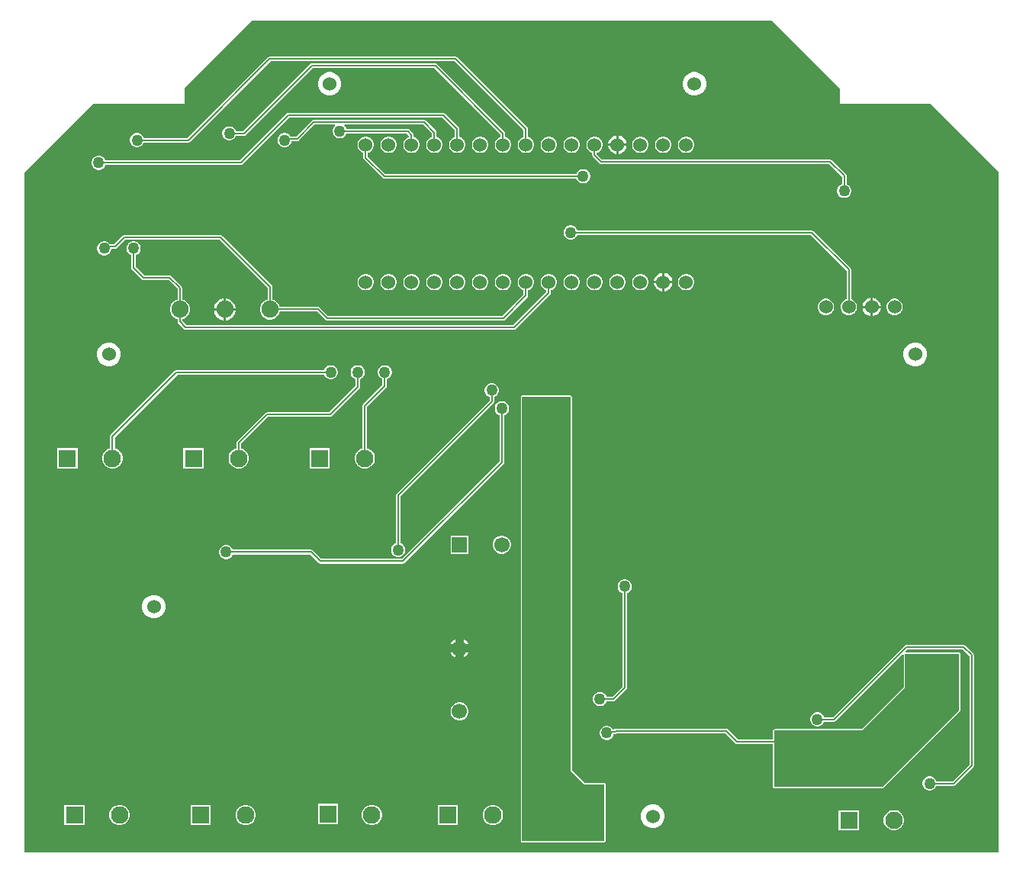
<source format=gbl>
G04*
G04 #@! TF.GenerationSoftware,Altium Limited,Altium Designer,21.3.2 (30)*
G04*
G04 Layer_Physical_Order=2*
G04 Layer_Color=16711680*
%FSLAX44Y44*%
%MOMM*%
G71*
G04*
G04 #@! TF.SameCoordinates,D31877C3-2771-4543-B1C5-E2EF0DFC8C93*
G04*
G04*
G04 #@! TF.FilePolarity,Positive*
G04*
G01*
G75*
%ADD11C,0.2000*%
%ADD108C,1.5240*%
%ADD114R,1.9500X1.9500*%
%ADD115C,1.9500*%
%ADD116C,1.9000*%
%ADD117C,1.7000*%
%ADD118R,1.7000X1.7000*%
%ADD119C,1.2700*%
G36*
X838712Y-10000D02*
X913750Y-84963D01*
X913750Y-102500D01*
X1015005Y-102500D01*
X1090000Y-177505D01*
Y-932500D01*
X8750D01*
X8750Y-178750D01*
X85000Y-102500D01*
X186250D01*
Y-85000D01*
X261250Y-10000D01*
X838712Y-10000D01*
D02*
G37*
%LPC*%
G36*
X754215Y-66976D02*
X750785D01*
X747473Y-67863D01*
X744503Y-69578D01*
X742078Y-72003D01*
X740363Y-74973D01*
X739476Y-78285D01*
Y-81715D01*
X740363Y-85027D01*
X742078Y-87997D01*
X744503Y-90422D01*
X747473Y-92136D01*
X750785Y-93024D01*
X754215D01*
X757527Y-92136D01*
X760497Y-90422D01*
X762922Y-87997D01*
X764636Y-85027D01*
X765524Y-81715D01*
Y-78285D01*
X764636Y-74973D01*
X762922Y-72003D01*
X760497Y-69578D01*
X757527Y-67863D01*
X754215Y-66976D01*
D02*
G37*
G36*
X349215D02*
X345785D01*
X342473Y-67863D01*
X339503Y-69578D01*
X337078Y-72003D01*
X335364Y-74973D01*
X334476Y-78285D01*
Y-81715D01*
X335364Y-85027D01*
X337078Y-87997D01*
X339503Y-90422D01*
X342473Y-92136D01*
X345785Y-93024D01*
X349215D01*
X352527Y-92136D01*
X355497Y-90422D01*
X357922Y-87997D01*
X359636Y-85027D01*
X360524Y-81715D01*
Y-78285D01*
X359636Y-74973D01*
X357922Y-72003D01*
X355497Y-69578D01*
X352527Y-67863D01*
X349215Y-66976D01*
D02*
G37*
G36*
X668358Y-137400D02*
X668290D01*
Y-146290D01*
X677180D01*
Y-146222D01*
X676488Y-143638D01*
X675150Y-141322D01*
X673258Y-139430D01*
X670942Y-138092D01*
X668358Y-137400D01*
D02*
G37*
G36*
X665750D02*
X665682D01*
X663098Y-138092D01*
X660782Y-139430D01*
X658890Y-141322D01*
X657552Y-143638D01*
X656860Y-146222D01*
Y-146290D01*
X665750D01*
Y-137400D01*
D02*
G37*
G36*
X744424Y-138416D02*
X742016D01*
X739691Y-139039D01*
X737606Y-140243D01*
X735903Y-141945D01*
X734699Y-144031D01*
X734076Y-146356D01*
Y-148764D01*
X734699Y-151089D01*
X735903Y-153174D01*
X737606Y-154877D01*
X739691Y-156081D01*
X742016Y-156704D01*
X744424D01*
X746749Y-156081D01*
X748835Y-154877D01*
X750537Y-153174D01*
X751741Y-151089D01*
X752364Y-148764D01*
Y-146356D01*
X751741Y-144031D01*
X750537Y-141945D01*
X748835Y-140243D01*
X746749Y-139039D01*
X744424Y-138416D01*
D02*
G37*
G36*
X719024D02*
X716616D01*
X714291Y-139039D01*
X712206Y-140243D01*
X710503Y-141945D01*
X709299Y-144031D01*
X708676Y-146356D01*
Y-148764D01*
X709299Y-151089D01*
X710503Y-153174D01*
X712206Y-154877D01*
X714291Y-156081D01*
X716616Y-156704D01*
X719024D01*
X721349Y-156081D01*
X723435Y-154877D01*
X725137Y-153174D01*
X726341Y-151089D01*
X726964Y-148764D01*
Y-146356D01*
X726341Y-144031D01*
X725137Y-141945D01*
X723435Y-140243D01*
X721349Y-139039D01*
X719024Y-138416D01*
D02*
G37*
G36*
X693624D02*
X691216D01*
X688891Y-139039D01*
X686805Y-140243D01*
X685103Y-141945D01*
X683899Y-144031D01*
X683276Y-146356D01*
Y-148764D01*
X683899Y-151089D01*
X685103Y-153174D01*
X686805Y-154877D01*
X688891Y-156081D01*
X691216Y-156704D01*
X693624D01*
X695949Y-156081D01*
X698035Y-154877D01*
X699737Y-153174D01*
X700941Y-151089D01*
X701564Y-148764D01*
Y-146356D01*
X700941Y-144031D01*
X699737Y-141945D01*
X698035Y-140243D01*
X695949Y-139039D01*
X693624Y-138416D01*
D02*
G37*
G36*
X617424D02*
X615016D01*
X612691Y-139039D01*
X610606Y-140243D01*
X608903Y-141945D01*
X607699Y-144031D01*
X607076Y-146356D01*
Y-148764D01*
X607699Y-151089D01*
X608903Y-153174D01*
X610606Y-154877D01*
X612691Y-156081D01*
X615016Y-156704D01*
X617424D01*
X619749Y-156081D01*
X621835Y-154877D01*
X623537Y-153174D01*
X624741Y-151089D01*
X625364Y-148764D01*
Y-146356D01*
X624741Y-144031D01*
X623537Y-141945D01*
X621835Y-140243D01*
X619749Y-139039D01*
X617424Y-138416D01*
D02*
G37*
G36*
X592024D02*
X589616D01*
X587291Y-139039D01*
X585205Y-140243D01*
X583503Y-141945D01*
X582299Y-144031D01*
X581676Y-146356D01*
Y-148764D01*
X582299Y-151089D01*
X583503Y-153174D01*
X585205Y-154877D01*
X587291Y-156081D01*
X589616Y-156704D01*
X592024D01*
X594350Y-156081D01*
X596435Y-154877D01*
X598137Y-153174D01*
X599341Y-151089D01*
X599964Y-148764D01*
Y-146356D01*
X599341Y-144031D01*
X598137Y-141945D01*
X596435Y-140243D01*
X594350Y-139039D01*
X592024Y-138416D01*
D02*
G37*
G36*
X487550Y-49927D02*
X280878D01*
X279893Y-50122D01*
X279058Y-50680D01*
X189812Y-139927D01*
X141212D01*
X141087Y-139461D01*
X140051Y-137665D01*
X138585Y-136199D01*
X136789Y-135163D01*
X134787Y-134626D01*
X132713D01*
X130711Y-135163D01*
X128915Y-136199D01*
X127449Y-137665D01*
X126413Y-139461D01*
X125876Y-141463D01*
Y-143537D01*
X126413Y-145539D01*
X127449Y-147335D01*
X128915Y-148801D01*
X130711Y-149837D01*
X132713Y-150374D01*
X134787D01*
X136789Y-149837D01*
X138585Y-148801D01*
X140051Y-147335D01*
X141087Y-145539D01*
X141212Y-145073D01*
X190878D01*
X191863Y-144878D01*
X192698Y-144320D01*
X281944Y-55073D01*
X486484D01*
X562847Y-131436D01*
Y-138783D01*
X561891Y-139039D01*
X559805Y-140243D01*
X558103Y-141945D01*
X556899Y-144031D01*
X556276Y-146356D01*
Y-148764D01*
X556899Y-151089D01*
X558103Y-153174D01*
X559805Y-154877D01*
X561891Y-156081D01*
X564216Y-156704D01*
X566624D01*
X568950Y-156081D01*
X571035Y-154877D01*
X572737Y-153174D01*
X573941Y-151089D01*
X574564Y-148764D01*
Y-146356D01*
X573941Y-144031D01*
X572737Y-141945D01*
X571035Y-140243D01*
X568950Y-139039D01*
X567994Y-138783D01*
Y-130370D01*
X567798Y-129386D01*
X567240Y-128551D01*
X489369Y-50680D01*
X488534Y-50122D01*
X487550Y-49927D01*
D02*
G37*
G36*
X464901Y-57427D02*
X327698D01*
X326713Y-57622D01*
X325878Y-58180D01*
X251632Y-132427D01*
X243712D01*
X243587Y-131961D01*
X242551Y-130165D01*
X241085Y-128699D01*
X239289Y-127663D01*
X237287Y-127126D01*
X235213D01*
X233211Y-127663D01*
X231415Y-128699D01*
X229949Y-130165D01*
X228913Y-131961D01*
X228376Y-133963D01*
Y-136037D01*
X228913Y-138039D01*
X229949Y-139835D01*
X231415Y-141301D01*
X233211Y-142337D01*
X235213Y-142874D01*
X237287D01*
X239289Y-142337D01*
X241085Y-141301D01*
X242551Y-139835D01*
X243587Y-138039D01*
X243712Y-137573D01*
X252698D01*
X253683Y-137378D01*
X254517Y-136820D01*
X328764Y-62573D01*
X463835D01*
X537447Y-136185D01*
Y-138783D01*
X536491Y-139039D01*
X534406Y-140243D01*
X532703Y-141945D01*
X531499Y-144031D01*
X530876Y-146356D01*
Y-148764D01*
X531499Y-151089D01*
X532703Y-153174D01*
X534406Y-154877D01*
X536491Y-156081D01*
X538816Y-156704D01*
X541224D01*
X543549Y-156081D01*
X545635Y-154877D01*
X547337Y-153174D01*
X548541Y-151089D01*
X549164Y-148764D01*
Y-146356D01*
X548541Y-144031D01*
X547337Y-141945D01*
X545635Y-140243D01*
X543549Y-139039D01*
X542593Y-138783D01*
Y-135119D01*
X542398Y-134134D01*
X541840Y-133299D01*
X466721Y-58180D01*
X465886Y-57622D01*
X464901Y-57427D01*
D02*
G37*
G36*
X515824Y-138416D02*
X513416D01*
X511091Y-139039D01*
X509006Y-140243D01*
X507303Y-141945D01*
X506099Y-144031D01*
X505476Y-146356D01*
Y-148764D01*
X506099Y-151089D01*
X507303Y-153174D01*
X509006Y-154877D01*
X511091Y-156081D01*
X513416Y-156704D01*
X515824D01*
X518149Y-156081D01*
X520235Y-154877D01*
X521937Y-153174D01*
X523141Y-151089D01*
X523764Y-148764D01*
Y-146356D01*
X523141Y-144031D01*
X521937Y-141945D01*
X520235Y-140243D01*
X518149Y-139039D01*
X515824Y-138416D01*
D02*
G37*
G36*
X473752Y-112427D02*
X301381D01*
X300396Y-112622D01*
X299561Y-113180D01*
X247815Y-164926D01*
X98712D01*
X98587Y-164461D01*
X97551Y-162665D01*
X96085Y-161199D01*
X94289Y-160163D01*
X92287Y-159626D01*
X90213D01*
X88211Y-160163D01*
X86415Y-161199D01*
X84949Y-162665D01*
X83913Y-164461D01*
X83376Y-166463D01*
Y-168537D01*
X83913Y-170539D01*
X84949Y-172335D01*
X86415Y-173801D01*
X88211Y-174837D01*
X90213Y-175374D01*
X92287D01*
X94289Y-174837D01*
X96085Y-173801D01*
X97551Y-172335D01*
X98587Y-170539D01*
X98712Y-170073D01*
X248881D01*
X249865Y-169878D01*
X250700Y-169320D01*
X302446Y-117573D01*
X472686D01*
X486647Y-131534D01*
Y-138783D01*
X485691Y-139039D01*
X483605Y-140243D01*
X481903Y-141945D01*
X480699Y-144031D01*
X480076Y-146356D01*
Y-148764D01*
X480699Y-151089D01*
X481903Y-153174D01*
X483605Y-154877D01*
X485691Y-156081D01*
X488016Y-156704D01*
X490424D01*
X492749Y-156081D01*
X494835Y-154877D01*
X496537Y-153174D01*
X497741Y-151089D01*
X498364Y-148764D01*
Y-146356D01*
X497741Y-144031D01*
X496537Y-141945D01*
X494835Y-140243D01*
X492749Y-139039D01*
X491794Y-138783D01*
Y-130469D01*
X491598Y-129484D01*
X491040Y-128649D01*
X475571Y-113180D01*
X474736Y-112622D01*
X473752Y-112427D01*
D02*
G37*
G36*
X452440Y-120036D02*
X329890D01*
X328905Y-120232D01*
X328070Y-120790D01*
X310530Y-138331D01*
X304185D01*
X303801Y-137665D01*
X302335Y-136199D01*
X300539Y-135163D01*
X298537Y-134626D01*
X296463D01*
X294461Y-135163D01*
X292665Y-136199D01*
X291199Y-137665D01*
X290163Y-139461D01*
X289626Y-141463D01*
Y-143537D01*
X290163Y-145539D01*
X291199Y-147335D01*
X292665Y-148801D01*
X294461Y-149837D01*
X296463Y-150374D01*
X298537D01*
X300539Y-149837D01*
X302335Y-148801D01*
X303801Y-147335D01*
X304837Y-145539D01*
X305374Y-143537D01*
Y-143478D01*
X311596D01*
X312581Y-143282D01*
X313415Y-142724D01*
X330956Y-125183D01*
X353302D01*
X353661Y-126453D01*
X352449Y-127665D01*
X351413Y-129461D01*
X350876Y-131463D01*
Y-133537D01*
X351413Y-135539D01*
X352449Y-137335D01*
X353915Y-138801D01*
X355711Y-139837D01*
X357713Y-140374D01*
X359787D01*
X361789Y-139837D01*
X363585Y-138801D01*
X365051Y-137335D01*
X366087Y-135539D01*
X366212Y-135073D01*
X433234D01*
X435747Y-137586D01*
X435593Y-138851D01*
X434891Y-139039D01*
X432805Y-140243D01*
X431103Y-141945D01*
X429899Y-144031D01*
X429276Y-146356D01*
Y-148764D01*
X429899Y-151089D01*
X431103Y-153174D01*
X432805Y-154877D01*
X434891Y-156081D01*
X437216Y-156704D01*
X439624D01*
X441950Y-156081D01*
X444035Y-154877D01*
X445737Y-153174D01*
X446941Y-151089D01*
X447564Y-148764D01*
Y-146356D01*
X446941Y-144031D01*
X445737Y-141945D01*
X444035Y-140243D01*
X441950Y-139039D01*
X440993Y-138783D01*
Y-136620D01*
X440798Y-135635D01*
X440240Y-134800D01*
X436120Y-130680D01*
X435285Y-130122D01*
X434300Y-129927D01*
X366212D01*
X366087Y-129461D01*
X365051Y-127665D01*
X363839Y-126453D01*
X364198Y-125183D01*
X451374D01*
X461247Y-135056D01*
Y-138783D01*
X460291Y-139039D01*
X458205Y-140243D01*
X456503Y-141945D01*
X455299Y-144031D01*
X454676Y-146356D01*
Y-148764D01*
X455299Y-151089D01*
X456503Y-153174D01*
X458205Y-154877D01*
X460291Y-156081D01*
X462616Y-156704D01*
X465024D01*
X467350Y-156081D01*
X469435Y-154877D01*
X471137Y-153174D01*
X472341Y-151089D01*
X472964Y-148764D01*
Y-146356D01*
X472341Y-144031D01*
X471137Y-141945D01*
X469435Y-140243D01*
X467350Y-139039D01*
X466394Y-138783D01*
Y-133990D01*
X466198Y-133006D01*
X465640Y-132171D01*
X454259Y-120790D01*
X453424Y-120232D01*
X452440Y-120036D01*
D02*
G37*
G36*
X414224Y-138416D02*
X411816D01*
X409491Y-139039D01*
X407406Y-140243D01*
X405703Y-141945D01*
X404499Y-144031D01*
X403876Y-146356D01*
Y-148764D01*
X404499Y-151089D01*
X405703Y-153174D01*
X407406Y-154877D01*
X409491Y-156081D01*
X411816Y-156704D01*
X414224D01*
X416549Y-156081D01*
X418635Y-154877D01*
X420337Y-153174D01*
X421541Y-151089D01*
X422164Y-148764D01*
Y-146356D01*
X421541Y-144031D01*
X420337Y-141945D01*
X418635Y-140243D01*
X416549Y-139039D01*
X414224Y-138416D01*
D02*
G37*
G36*
X677180Y-148830D02*
X668290D01*
Y-157720D01*
X668358D01*
X670942Y-157028D01*
X673258Y-155690D01*
X675150Y-153798D01*
X676488Y-151482D01*
X677180Y-148898D01*
Y-148830D01*
D02*
G37*
G36*
X665750D02*
X656860D01*
Y-148898D01*
X657552Y-151482D01*
X658890Y-153798D01*
X660782Y-155690D01*
X663098Y-157028D01*
X665682Y-157720D01*
X665750D01*
Y-148830D01*
D02*
G37*
G36*
X388824Y-138416D02*
X386416D01*
X384091Y-139039D01*
X382006Y-140243D01*
X380303Y-141945D01*
X379099Y-144031D01*
X378476Y-146356D01*
Y-148764D01*
X379099Y-151089D01*
X380303Y-153174D01*
X382006Y-154877D01*
X384091Y-156081D01*
X385047Y-156337D01*
Y-161914D01*
X385243Y-162899D01*
X385800Y-163734D01*
X406386Y-184320D01*
X407221Y-184878D01*
X408206Y-185073D01*
X621288D01*
X621413Y-185539D01*
X622449Y-187335D01*
X623915Y-188801D01*
X625711Y-189837D01*
X627713Y-190374D01*
X629787D01*
X631789Y-189837D01*
X633585Y-188801D01*
X635051Y-187335D01*
X636087Y-185539D01*
X636624Y-183537D01*
Y-181463D01*
X636087Y-179461D01*
X635051Y-177665D01*
X633585Y-176199D01*
X631789Y-175163D01*
X629787Y-174626D01*
X627713D01*
X625711Y-175163D01*
X623915Y-176199D01*
X622449Y-177665D01*
X621413Y-179461D01*
X621288Y-179926D01*
X409272D01*
X390193Y-160848D01*
Y-156337D01*
X391149Y-156081D01*
X393235Y-154877D01*
X394937Y-153174D01*
X396141Y-151089D01*
X396764Y-148764D01*
Y-146356D01*
X396141Y-144031D01*
X394937Y-141945D01*
X393235Y-140243D01*
X391149Y-139039D01*
X388824Y-138416D01*
D02*
G37*
G36*
X642824D02*
X640416D01*
X638091Y-139039D01*
X636006Y-140243D01*
X634303Y-141945D01*
X633099Y-144031D01*
X632476Y-146356D01*
Y-148764D01*
X633099Y-151089D01*
X634303Y-153174D01*
X636006Y-154877D01*
X638091Y-156081D01*
X639047Y-156337D01*
Y-159066D01*
X639243Y-160051D01*
X639800Y-160886D01*
X646984Y-168070D01*
X647819Y-168628D01*
X648804Y-168824D01*
X901868D01*
X916177Y-183132D01*
Y-191268D01*
X915711Y-191393D01*
X913915Y-192429D01*
X912449Y-193895D01*
X911413Y-195691D01*
X910876Y-197693D01*
Y-199767D01*
X911413Y-201769D01*
X912449Y-203565D01*
X913915Y-205031D01*
X915711Y-206067D01*
X917713Y-206604D01*
X919787D01*
X921789Y-206067D01*
X923585Y-205031D01*
X925051Y-203565D01*
X926087Y-201769D01*
X926624Y-199767D01*
Y-197693D01*
X926087Y-195691D01*
X925051Y-193895D01*
X923585Y-192429D01*
X921789Y-191393D01*
X921323Y-191268D01*
Y-182066D01*
X921128Y-181081D01*
X920570Y-180246D01*
X904754Y-164430D01*
X903919Y-163872D01*
X902934Y-163677D01*
X649870D01*
X644193Y-158000D01*
Y-156337D01*
X645150Y-156081D01*
X647235Y-154877D01*
X648937Y-153174D01*
X650141Y-151089D01*
X650764Y-148764D01*
Y-146356D01*
X650141Y-144031D01*
X648937Y-141945D01*
X647235Y-140243D01*
X645150Y-139039D01*
X642824Y-138416D01*
D02*
G37*
G36*
X719158Y-289800D02*
X719090D01*
Y-298690D01*
X727980D01*
Y-298622D01*
X727288Y-296038D01*
X725950Y-293722D01*
X724058Y-291830D01*
X721742Y-290492D01*
X719158Y-289800D01*
D02*
G37*
G36*
X716550D02*
X716482D01*
X713898Y-290492D01*
X711582Y-291830D01*
X709690Y-293722D01*
X708352Y-296038D01*
X707660Y-298622D01*
Y-298690D01*
X716550D01*
Y-289800D01*
D02*
G37*
G36*
X744424Y-290816D02*
X742016D01*
X739691Y-291439D01*
X737606Y-292643D01*
X735903Y-294345D01*
X734699Y-296430D01*
X734076Y-298756D01*
Y-301164D01*
X734699Y-303489D01*
X735903Y-305574D01*
X737606Y-307277D01*
X739691Y-308481D01*
X742016Y-309104D01*
X744424D01*
X746749Y-308481D01*
X748835Y-307277D01*
X750537Y-305574D01*
X751741Y-303489D01*
X752364Y-301164D01*
Y-298756D01*
X751741Y-296430D01*
X750537Y-294345D01*
X748835Y-292643D01*
X746749Y-291439D01*
X744424Y-290816D01*
D02*
G37*
G36*
X693624D02*
X691216D01*
X688891Y-291439D01*
X686805Y-292643D01*
X685103Y-294345D01*
X683899Y-296430D01*
X683276Y-298756D01*
Y-301164D01*
X683899Y-303489D01*
X685103Y-305574D01*
X686805Y-307277D01*
X688891Y-308481D01*
X691216Y-309104D01*
X693624D01*
X695949Y-308481D01*
X698035Y-307277D01*
X699737Y-305574D01*
X700941Y-303489D01*
X701564Y-301164D01*
Y-298756D01*
X700941Y-296430D01*
X699737Y-294345D01*
X698035Y-292643D01*
X695949Y-291439D01*
X693624Y-290816D01*
D02*
G37*
G36*
X668224D02*
X665816D01*
X663491Y-291439D01*
X661405Y-292643D01*
X659703Y-294345D01*
X658499Y-296430D01*
X657876Y-298756D01*
Y-301164D01*
X658499Y-303489D01*
X659703Y-305574D01*
X661405Y-307277D01*
X663491Y-308481D01*
X665816Y-309104D01*
X668224D01*
X670549Y-308481D01*
X672635Y-307277D01*
X674337Y-305574D01*
X675541Y-303489D01*
X676164Y-301164D01*
Y-298756D01*
X675541Y-296430D01*
X674337Y-294345D01*
X672635Y-292643D01*
X670549Y-291439D01*
X668224Y-290816D01*
D02*
G37*
G36*
X642824D02*
X640416D01*
X638091Y-291439D01*
X636006Y-292643D01*
X634303Y-294345D01*
X633099Y-296430D01*
X632476Y-298756D01*
Y-301164D01*
X633099Y-303489D01*
X634303Y-305574D01*
X636006Y-307277D01*
X638091Y-308481D01*
X640416Y-309104D01*
X642824D01*
X645150Y-308481D01*
X647235Y-307277D01*
X648937Y-305574D01*
X650141Y-303489D01*
X650764Y-301164D01*
Y-298756D01*
X650141Y-296430D01*
X648937Y-294345D01*
X647235Y-292643D01*
X645150Y-291439D01*
X642824Y-290816D01*
D02*
G37*
G36*
X617424D02*
X615016D01*
X612691Y-291439D01*
X610606Y-292643D01*
X608903Y-294345D01*
X607699Y-296430D01*
X607076Y-298756D01*
Y-301164D01*
X607699Y-303489D01*
X608903Y-305574D01*
X610606Y-307277D01*
X612691Y-308481D01*
X615016Y-309104D01*
X617424D01*
X619749Y-308481D01*
X621835Y-307277D01*
X623537Y-305574D01*
X624741Y-303489D01*
X625364Y-301164D01*
Y-298756D01*
X624741Y-296430D01*
X623537Y-294345D01*
X621835Y-292643D01*
X619749Y-291439D01*
X617424Y-290816D01*
D02*
G37*
G36*
X541224D02*
X538816D01*
X536491Y-291439D01*
X534406Y-292643D01*
X532703Y-294345D01*
X531499Y-296430D01*
X530876Y-298756D01*
Y-301164D01*
X531499Y-303489D01*
X532703Y-305574D01*
X534406Y-307277D01*
X536491Y-308481D01*
X538816Y-309104D01*
X541224D01*
X543549Y-308481D01*
X545635Y-307277D01*
X547337Y-305574D01*
X548541Y-303489D01*
X549164Y-301164D01*
Y-298756D01*
X548541Y-296430D01*
X547337Y-294345D01*
X545635Y-292643D01*
X543549Y-291439D01*
X541224Y-290816D01*
D02*
G37*
G36*
X515824D02*
X513416D01*
X511091Y-291439D01*
X509006Y-292643D01*
X507303Y-294345D01*
X506099Y-296430D01*
X505476Y-298756D01*
Y-301164D01*
X506099Y-303489D01*
X507303Y-305574D01*
X509006Y-307277D01*
X511091Y-308481D01*
X513416Y-309104D01*
X515824D01*
X518149Y-308481D01*
X520235Y-307277D01*
X521937Y-305574D01*
X523141Y-303489D01*
X523764Y-301164D01*
Y-298756D01*
X523141Y-296430D01*
X521937Y-294345D01*
X520235Y-292643D01*
X518149Y-291439D01*
X515824Y-290816D01*
D02*
G37*
G36*
X490424D02*
X488016D01*
X485691Y-291439D01*
X483605Y-292643D01*
X481903Y-294345D01*
X480699Y-296430D01*
X480076Y-298756D01*
Y-301164D01*
X480699Y-303489D01*
X481903Y-305574D01*
X483605Y-307277D01*
X485691Y-308481D01*
X488016Y-309104D01*
X490424D01*
X492749Y-308481D01*
X494835Y-307277D01*
X496537Y-305574D01*
X497741Y-303489D01*
X498364Y-301164D01*
Y-298756D01*
X497741Y-296430D01*
X496537Y-294345D01*
X494835Y-292643D01*
X492749Y-291439D01*
X490424Y-290816D01*
D02*
G37*
G36*
X465024D02*
X462616D01*
X460291Y-291439D01*
X458205Y-292643D01*
X456503Y-294345D01*
X455299Y-296430D01*
X454676Y-298756D01*
Y-301164D01*
X455299Y-303489D01*
X456503Y-305574D01*
X458205Y-307277D01*
X460291Y-308481D01*
X462616Y-309104D01*
X465024D01*
X467350Y-308481D01*
X469435Y-307277D01*
X471137Y-305574D01*
X472341Y-303489D01*
X472964Y-301164D01*
Y-298756D01*
X472341Y-296430D01*
X471137Y-294345D01*
X469435Y-292643D01*
X467350Y-291439D01*
X465024Y-290816D01*
D02*
G37*
G36*
X439624D02*
X437216D01*
X434891Y-291439D01*
X432805Y-292643D01*
X431103Y-294345D01*
X429899Y-296430D01*
X429276Y-298756D01*
Y-301164D01*
X429899Y-303489D01*
X431103Y-305574D01*
X432805Y-307277D01*
X434891Y-308481D01*
X437216Y-309104D01*
X439624D01*
X441950Y-308481D01*
X444035Y-307277D01*
X445737Y-305574D01*
X446941Y-303489D01*
X447564Y-301164D01*
Y-298756D01*
X446941Y-296430D01*
X445737Y-294345D01*
X444035Y-292643D01*
X441950Y-291439D01*
X439624Y-290816D01*
D02*
G37*
G36*
X414224D02*
X411816D01*
X409491Y-291439D01*
X407406Y-292643D01*
X405703Y-294345D01*
X404499Y-296430D01*
X403876Y-298756D01*
Y-301164D01*
X404499Y-303489D01*
X405703Y-305574D01*
X407406Y-307277D01*
X409491Y-308481D01*
X411816Y-309104D01*
X414224D01*
X416549Y-308481D01*
X418635Y-307277D01*
X420337Y-305574D01*
X421541Y-303489D01*
X422164Y-301164D01*
Y-298756D01*
X421541Y-296430D01*
X420337Y-294345D01*
X418635Y-292643D01*
X416549Y-291439D01*
X414224Y-290816D01*
D02*
G37*
G36*
X388824D02*
X386416D01*
X384091Y-291439D01*
X382006Y-292643D01*
X380303Y-294345D01*
X379099Y-296430D01*
X378476Y-298756D01*
Y-301164D01*
X379099Y-303489D01*
X380303Y-305574D01*
X382006Y-307277D01*
X384091Y-308481D01*
X386416Y-309104D01*
X388824D01*
X391149Y-308481D01*
X393235Y-307277D01*
X394937Y-305574D01*
X396141Y-303489D01*
X396764Y-301164D01*
Y-298756D01*
X396141Y-296430D01*
X394937Y-294345D01*
X393235Y-292643D01*
X391149Y-291439D01*
X388824Y-290816D01*
D02*
G37*
G36*
X727980Y-301230D02*
X719090D01*
Y-310120D01*
X719158D01*
X721742Y-309428D01*
X724058Y-308090D01*
X725950Y-306198D01*
X727288Y-303882D01*
X727980Y-301298D01*
Y-301230D01*
D02*
G37*
G36*
X716550D02*
X707660D01*
Y-301298D01*
X708352Y-303882D01*
X709690Y-306198D01*
X711582Y-308090D01*
X713898Y-309428D01*
X716482Y-310120D01*
X716550D01*
Y-301230D01*
D02*
G37*
G36*
X950488Y-317340D02*
X950420D01*
Y-326230D01*
X959310D01*
Y-326162D01*
X958618Y-323578D01*
X957280Y-321262D01*
X955388Y-319370D01*
X953072Y-318032D01*
X950488Y-317340D01*
D02*
G37*
G36*
X947880D02*
X947812D01*
X945228Y-318032D01*
X942912Y-319370D01*
X941020Y-321262D01*
X939682Y-323578D01*
X938990Y-326162D01*
Y-326230D01*
X947880D01*
Y-317340D01*
D02*
G37*
G36*
X232835Y-318260D02*
X232520D01*
Y-329030D01*
X243290D01*
Y-328715D01*
X242470Y-325653D01*
X240884Y-322907D01*
X238643Y-320666D01*
X235897Y-319081D01*
X232835Y-318260D01*
D02*
G37*
G36*
X229980D02*
X229665D01*
X226603Y-319081D01*
X223857Y-320666D01*
X221616Y-322907D01*
X220030Y-325653D01*
X219210Y-328715D01*
Y-329030D01*
X229980D01*
Y-318260D01*
D02*
G37*
G36*
X975754Y-318356D02*
X973346D01*
X971021Y-318979D01*
X968935Y-320183D01*
X967233Y-321885D01*
X966029Y-323970D01*
X965406Y-326296D01*
Y-328704D01*
X966029Y-331030D01*
X967233Y-333115D01*
X968935Y-334817D01*
X971021Y-336021D01*
X973346Y-336644D01*
X975754D01*
X978080Y-336021D01*
X980164Y-334817D01*
X981867Y-333115D01*
X983071Y-331030D01*
X983694Y-328704D01*
Y-326296D01*
X983071Y-323970D01*
X981867Y-321885D01*
X980164Y-320183D01*
X978080Y-318979D01*
X975754Y-318356D01*
D02*
G37*
G36*
X616037Y-237126D02*
X613963D01*
X611961Y-237663D01*
X610165Y-238699D01*
X608699Y-240165D01*
X607663Y-241961D01*
X607126Y-243963D01*
Y-246037D01*
X607663Y-248039D01*
X608699Y-249835D01*
X610165Y-251301D01*
X611961Y-252337D01*
X613963Y-252874D01*
X616037D01*
X618039Y-252337D01*
X619835Y-251301D01*
X621301Y-249835D01*
X622337Y-248039D01*
X622462Y-247573D01*
X881434D01*
X921177Y-287316D01*
Y-318723D01*
X920220Y-318979D01*
X918136Y-320183D01*
X916433Y-321885D01*
X915229Y-323970D01*
X914606Y-326296D01*
Y-328704D01*
X915229Y-331030D01*
X916433Y-333115D01*
X918136Y-334817D01*
X920220Y-336021D01*
X922546Y-336644D01*
X924954D01*
X927280Y-336021D01*
X929364Y-334817D01*
X931067Y-333115D01*
X932271Y-331030D01*
X932894Y-328704D01*
Y-326296D01*
X932271Y-323970D01*
X931067Y-321885D01*
X929364Y-320183D01*
X927280Y-318979D01*
X926323Y-318723D01*
Y-286250D01*
X926128Y-285265D01*
X925570Y-284430D01*
X884320Y-243180D01*
X883485Y-242622D01*
X882500Y-242426D01*
X622462D01*
X622337Y-241961D01*
X621301Y-240165D01*
X619835Y-238699D01*
X618039Y-237663D01*
X616037Y-237126D01*
D02*
G37*
G36*
X899554Y-318356D02*
X897146D01*
X894820Y-318979D01*
X892736Y-320183D01*
X891033Y-321885D01*
X889829Y-323970D01*
X889206Y-326296D01*
Y-328704D01*
X889829Y-331030D01*
X891033Y-333115D01*
X892736Y-334817D01*
X894820Y-336021D01*
X897146Y-336644D01*
X899554D01*
X901880Y-336021D01*
X903964Y-334817D01*
X905667Y-333115D01*
X906871Y-331030D01*
X907494Y-328704D01*
Y-326296D01*
X906871Y-323970D01*
X905667Y-321885D01*
X903964Y-320183D01*
X901880Y-318979D01*
X899554Y-318356D01*
D02*
G37*
G36*
X959310Y-328770D02*
X950420D01*
Y-337660D01*
X950488D01*
X953072Y-336968D01*
X955388Y-335630D01*
X957280Y-333738D01*
X958618Y-331422D01*
X959310Y-328838D01*
Y-328770D01*
D02*
G37*
G36*
X947880D02*
X938990D01*
Y-328838D01*
X939682Y-331422D01*
X941020Y-333738D01*
X942912Y-335630D01*
X945228Y-336968D01*
X947812Y-337660D01*
X947880D01*
Y-328770D01*
D02*
G37*
G36*
X243290Y-331570D02*
X232520D01*
Y-342340D01*
X232835D01*
X235897Y-341519D01*
X238643Y-339934D01*
X240884Y-337693D01*
X242470Y-334947D01*
X243290Y-331885D01*
Y-331570D01*
D02*
G37*
G36*
X229980D02*
X219210D01*
Y-331885D01*
X220030Y-334947D01*
X221616Y-337693D01*
X223857Y-339934D01*
X226603Y-341519D01*
X229665Y-342340D01*
X229980D01*
Y-331570D01*
D02*
G37*
G36*
X226250Y-247427D02*
X120000D01*
X119015Y-247622D01*
X118180Y-248180D01*
X108284Y-258077D01*
X104038D01*
X103801Y-257665D01*
X102335Y-256199D01*
X100539Y-255163D01*
X98537Y-254626D01*
X96463D01*
X94461Y-255163D01*
X92665Y-256199D01*
X91199Y-257665D01*
X90163Y-259461D01*
X89626Y-261463D01*
Y-263537D01*
X90163Y-265539D01*
X91199Y-267335D01*
X92665Y-268801D01*
X94461Y-269837D01*
X96463Y-270374D01*
X98537D01*
X100539Y-269837D01*
X102335Y-268801D01*
X103801Y-267335D01*
X104837Y-265539D01*
X105374Y-263537D01*
Y-263223D01*
X109350D01*
X110335Y-263028D01*
X111170Y-262470D01*
X121066Y-252574D01*
X225184D01*
X278677Y-306066D01*
Y-319577D01*
X276995Y-320027D01*
X274481Y-321479D01*
X272429Y-323531D01*
X270977Y-326045D01*
X270226Y-328849D01*
Y-331751D01*
X270977Y-334555D01*
X272429Y-337069D01*
X274481Y-339121D01*
X276995Y-340573D01*
X279799Y-341324D01*
X282701D01*
X285505Y-340573D01*
X288019Y-339121D01*
X290071Y-337069D01*
X291523Y-334555D01*
X292054Y-332574D01*
X333698D01*
X342834Y-341710D01*
X343669Y-342267D01*
X344653Y-342463D01*
X540110D01*
X541095Y-342267D01*
X541930Y-341710D01*
X567240Y-316400D01*
X567798Y-315565D01*
X567994Y-314580D01*
Y-308737D01*
X568950Y-308481D01*
X571035Y-307277D01*
X572737Y-305574D01*
X573941Y-303489D01*
X574564Y-301164D01*
Y-298756D01*
X573941Y-296430D01*
X572737Y-294345D01*
X571035Y-292643D01*
X568950Y-291439D01*
X566624Y-290816D01*
X564216D01*
X561891Y-291439D01*
X559805Y-292643D01*
X558103Y-294345D01*
X556899Y-296430D01*
X556276Y-298756D01*
Y-301164D01*
X556899Y-303489D01*
X558103Y-305574D01*
X559805Y-307277D01*
X561891Y-308481D01*
X562847Y-308737D01*
Y-313514D01*
X539044Y-337317D01*
X345719D01*
X336583Y-328180D01*
X335748Y-327622D01*
X334763Y-327426D01*
X291893D01*
X291523Y-326045D01*
X290071Y-323531D01*
X288019Y-321479D01*
X285505Y-320027D01*
X283824Y-319577D01*
Y-305000D01*
X283628Y-304015D01*
X283070Y-303180D01*
X228070Y-248180D01*
X227235Y-247622D01*
X226250Y-247427D01*
D02*
G37*
G36*
X131037Y-254626D02*
X128963D01*
X126961Y-255163D01*
X125165Y-256199D01*
X123699Y-257665D01*
X122663Y-259461D01*
X122126Y-261463D01*
Y-263537D01*
X122663Y-265539D01*
X123699Y-267335D01*
X125165Y-268801D01*
X126961Y-269837D01*
X127427Y-269962D01*
Y-283750D01*
X127622Y-284735D01*
X128180Y-285570D01*
X139430Y-296820D01*
X140265Y-297378D01*
X141250Y-297573D01*
X168934D01*
X178677Y-307316D01*
Y-319577D01*
X176995Y-320027D01*
X174481Y-321479D01*
X172429Y-323531D01*
X170977Y-326045D01*
X170226Y-328849D01*
Y-331751D01*
X170977Y-334555D01*
X172429Y-337069D01*
X174481Y-339121D01*
X176995Y-340573D01*
X178677Y-341023D01*
Y-343750D01*
X178872Y-344735D01*
X179430Y-345570D01*
X185680Y-351820D01*
X186515Y-352378D01*
X187500Y-352574D01*
X552500D01*
X553485Y-352378D01*
X554320Y-351820D01*
X592640Y-313500D01*
X593198Y-312665D01*
X593394Y-311680D01*
Y-308737D01*
X594350Y-308481D01*
X596435Y-307277D01*
X598137Y-305574D01*
X599341Y-303489D01*
X599964Y-301164D01*
Y-298756D01*
X599341Y-296430D01*
X598137Y-294345D01*
X596435Y-292643D01*
X594350Y-291439D01*
X592024Y-290816D01*
X589616D01*
X587291Y-291439D01*
X585205Y-292643D01*
X583503Y-294345D01*
X582299Y-296430D01*
X581676Y-298756D01*
Y-301164D01*
X582299Y-303489D01*
X583503Y-305574D01*
X585205Y-307277D01*
X587291Y-308481D01*
X588247Y-308737D01*
Y-310614D01*
X551434Y-347427D01*
X188566D01*
X183824Y-342684D01*
Y-341023D01*
X185505Y-340573D01*
X188019Y-339121D01*
X190071Y-337069D01*
X191523Y-334555D01*
X192274Y-331751D01*
Y-328849D01*
X191523Y-326045D01*
X190071Y-323531D01*
X188019Y-321479D01*
X185505Y-320027D01*
X183824Y-319577D01*
Y-306250D01*
X183628Y-305265D01*
X183070Y-304430D01*
X171820Y-293180D01*
X170985Y-292622D01*
X170000Y-292426D01*
X142316D01*
X132573Y-282684D01*
Y-269962D01*
X133039Y-269837D01*
X134835Y-268801D01*
X136301Y-267335D01*
X137337Y-265539D01*
X137874Y-263537D01*
Y-261463D01*
X137337Y-259461D01*
X136301Y-257665D01*
X134835Y-256199D01*
X133039Y-255163D01*
X131037Y-254626D01*
D02*
G37*
G36*
X999215Y-366976D02*
X995785D01*
X992473Y-367864D01*
X989503Y-369578D01*
X987078Y-372003D01*
X985364Y-374973D01*
X984476Y-378285D01*
Y-381715D01*
X985364Y-385027D01*
X987078Y-387997D01*
X989503Y-390422D01*
X992473Y-392136D01*
X995785Y-393024D01*
X999215D01*
X1002527Y-392136D01*
X1005497Y-390422D01*
X1007922Y-387997D01*
X1009637Y-385027D01*
X1010524Y-381715D01*
Y-378285D01*
X1009637Y-374973D01*
X1007922Y-372003D01*
X1005497Y-369578D01*
X1002527Y-367864D01*
X999215Y-366976D01*
D02*
G37*
G36*
X104215D02*
X100785D01*
X97473Y-367864D01*
X94503Y-369578D01*
X92078Y-372003D01*
X90364Y-374973D01*
X89476Y-378285D01*
Y-381715D01*
X90364Y-385027D01*
X92078Y-387997D01*
X94503Y-390422D01*
X97473Y-392136D01*
X100785Y-393024D01*
X104215D01*
X107527Y-392136D01*
X110497Y-390422D01*
X112922Y-387997D01*
X114636Y-385027D01*
X115524Y-381715D01*
Y-378285D01*
X114636Y-374973D01*
X112922Y-372003D01*
X110497Y-369578D01*
X107527Y-367864D01*
X104215Y-366976D01*
D02*
G37*
G36*
X349787Y-392126D02*
X347713D01*
X345711Y-392663D01*
X343915Y-393699D01*
X342449Y-395165D01*
X341413Y-396961D01*
X341288Y-397426D01*
X177500D01*
X176515Y-397622D01*
X175680Y-398180D01*
X104747Y-469113D01*
X104189Y-469948D01*
X103993Y-470933D01*
Y-484498D01*
X102215Y-484975D01*
X99644Y-486459D01*
X97545Y-488558D01*
X96061Y-491129D01*
X95293Y-493996D01*
Y-496964D01*
X96061Y-499832D01*
X97545Y-502403D01*
X99644Y-504502D01*
X102215Y-505986D01*
X105083Y-506754D01*
X108051D01*
X110918Y-505986D01*
X113489Y-504502D01*
X115588Y-502403D01*
X117072Y-499832D01*
X117841Y-496964D01*
Y-493996D01*
X117072Y-491129D01*
X115588Y-488558D01*
X113489Y-486459D01*
X110918Y-484975D01*
X109140Y-484498D01*
Y-471999D01*
X178566Y-402573D01*
X341288D01*
X341413Y-403039D01*
X342449Y-404835D01*
X343915Y-406301D01*
X345711Y-407337D01*
X347713Y-407874D01*
X349787D01*
X351789Y-407337D01*
X353585Y-406301D01*
X355051Y-404835D01*
X356087Y-403039D01*
X356624Y-401037D01*
Y-398963D01*
X356087Y-396961D01*
X355051Y-395165D01*
X353585Y-393699D01*
X351789Y-392663D01*
X349787Y-392126D01*
D02*
G37*
G36*
X409787D02*
X407713D01*
X405711Y-392663D01*
X403915Y-393699D01*
X402449Y-395165D01*
X401413Y-396961D01*
X400876Y-398963D01*
Y-401037D01*
X401413Y-403039D01*
X402449Y-404835D01*
X403915Y-406301D01*
X405711Y-407337D01*
X406176Y-407462D01*
Y-413934D01*
X384747Y-435363D01*
X384189Y-436198D01*
X383993Y-437183D01*
Y-484498D01*
X382215Y-484975D01*
X379645Y-486459D01*
X377545Y-488558D01*
X376061Y-491129D01*
X375293Y-493996D01*
Y-496964D01*
X376061Y-499832D01*
X377545Y-502403D01*
X379645Y-504502D01*
X382215Y-505986D01*
X385083Y-506754D01*
X388051D01*
X390918Y-505986D01*
X393489Y-504502D01*
X395588Y-502403D01*
X397072Y-499832D01*
X397841Y-496964D01*
Y-493996D01*
X397072Y-491129D01*
X395588Y-488558D01*
X393489Y-486459D01*
X390918Y-484975D01*
X389140Y-484498D01*
Y-438249D01*
X410570Y-416820D01*
X411128Y-415985D01*
X411323Y-415000D01*
Y-407462D01*
X411789Y-407337D01*
X413585Y-406301D01*
X415051Y-404835D01*
X416087Y-403039D01*
X416624Y-401037D01*
Y-398963D01*
X416087Y-396961D01*
X415051Y-395165D01*
X413585Y-393699D01*
X411789Y-392663D01*
X409787Y-392126D01*
D02*
G37*
G36*
X347841Y-484206D02*
X325293D01*
Y-506754D01*
X347841D01*
Y-484206D01*
D02*
G37*
G36*
X379787Y-392126D02*
X377713D01*
X375711Y-392663D01*
X373915Y-393699D01*
X372449Y-395165D01*
X371413Y-396961D01*
X370876Y-398963D01*
Y-401037D01*
X371413Y-403039D01*
X372449Y-404835D01*
X373915Y-406301D01*
X375711Y-407337D01*
X376176Y-407462D01*
Y-415184D01*
X346844Y-444516D01*
X277910D01*
X276926Y-444712D01*
X276091Y-445270D01*
X244747Y-476613D01*
X244189Y-477448D01*
X243993Y-478433D01*
Y-484498D01*
X242215Y-484975D01*
X239645Y-486459D01*
X237545Y-488558D01*
X236061Y-491129D01*
X235293Y-493996D01*
Y-496964D01*
X236061Y-499832D01*
X237545Y-502403D01*
X239645Y-504502D01*
X242215Y-505986D01*
X245083Y-506754D01*
X248051D01*
X250918Y-505986D01*
X253489Y-504502D01*
X255588Y-502403D01*
X257073Y-499832D01*
X257841Y-496964D01*
Y-493996D01*
X257073Y-491129D01*
X255588Y-488558D01*
X253489Y-486459D01*
X250918Y-484975D01*
X249140Y-484498D01*
Y-479499D01*
X278976Y-449663D01*
X347910D01*
X348895Y-449467D01*
X349730Y-448909D01*
X380570Y-418070D01*
X381128Y-417235D01*
X381323Y-416250D01*
Y-407462D01*
X381789Y-407337D01*
X383585Y-406301D01*
X385051Y-404835D01*
X386087Y-403039D01*
X386624Y-401037D01*
Y-398963D01*
X386087Y-396961D01*
X385051Y-395165D01*
X383585Y-393699D01*
X381789Y-392663D01*
X379787Y-392126D01*
D02*
G37*
G36*
X207841Y-484206D02*
X185293D01*
Y-506754D01*
X207841D01*
Y-484206D01*
D02*
G37*
G36*
X67841D02*
X45293D01*
Y-506754D01*
X67841D01*
Y-484206D01*
D02*
G37*
G36*
X540070Y-581206D02*
X537430D01*
X534881Y-581889D01*
X532595Y-583209D01*
X530729Y-585075D01*
X529409Y-587361D01*
X528726Y-589910D01*
Y-592550D01*
X529409Y-595099D01*
X530729Y-597385D01*
X532595Y-599251D01*
X534881Y-600571D01*
X537430Y-601254D01*
X540070D01*
X542619Y-600571D01*
X544905Y-599251D01*
X546771Y-597385D01*
X548091Y-595099D01*
X548774Y-592550D01*
Y-589910D01*
X548091Y-587361D01*
X546771Y-585075D01*
X544905Y-583209D01*
X542619Y-581889D01*
X540070Y-581206D01*
D02*
G37*
G36*
X501774D02*
X481726D01*
Y-601254D01*
X501774D01*
Y-581206D01*
D02*
G37*
G36*
X528537Y-412126D02*
X526463D01*
X524461Y-412663D01*
X522665Y-413699D01*
X521199Y-415165D01*
X520163Y-416961D01*
X519626Y-418963D01*
Y-421037D01*
X520163Y-423039D01*
X521199Y-424835D01*
X522665Y-426301D01*
X524461Y-427337D01*
X524927Y-427462D01*
Y-431434D01*
X421791Y-534570D01*
X421233Y-535405D01*
X421037Y-536390D01*
Y-589714D01*
X420571Y-589838D01*
X418776Y-590875D01*
X417310Y-592341D01*
X416273Y-594137D01*
X415737Y-596139D01*
Y-598213D01*
X416273Y-600215D01*
X417310Y-602011D01*
X418776Y-603477D01*
X420571Y-604513D01*
X422574Y-605050D01*
X424647D01*
X426650Y-604513D01*
X428445Y-603477D01*
X429911Y-602011D01*
X430948Y-600215D01*
X431484Y-598213D01*
Y-596139D01*
X430948Y-594137D01*
X429911Y-592341D01*
X428445Y-590875D01*
X426650Y-589838D01*
X426184Y-589714D01*
Y-537455D01*
X529320Y-434320D01*
X529878Y-433485D01*
X530074Y-432500D01*
Y-427462D01*
X530539Y-427337D01*
X532335Y-426301D01*
X533801Y-424835D01*
X534837Y-423039D01*
X535374Y-421037D01*
Y-418963D01*
X534837Y-416961D01*
X533801Y-415165D01*
X532335Y-413699D01*
X530539Y-412663D01*
X528537Y-412126D01*
D02*
G37*
G36*
X539787Y-432126D02*
X537713D01*
X535711Y-432663D01*
X533915Y-433699D01*
X532449Y-435165D01*
X531413Y-436961D01*
X530876Y-438963D01*
Y-441037D01*
X531413Y-443039D01*
X532449Y-444835D01*
X533915Y-446301D01*
X535711Y-447337D01*
X536177Y-447462D01*
Y-499012D01*
X428082Y-607106D01*
X338270D01*
X328857Y-597694D01*
X328023Y-597136D01*
X327038Y-596940D01*
X240066D01*
X239941Y-596475D01*
X238905Y-594679D01*
X237439Y-593213D01*
X235643Y-592176D01*
X233641Y-591640D01*
X231567D01*
X229565Y-592176D01*
X227769Y-593213D01*
X226303Y-594679D01*
X225267Y-596475D01*
X224730Y-598477D01*
Y-600550D01*
X225267Y-602553D01*
X226303Y-604349D01*
X227769Y-605815D01*
X229565Y-606851D01*
X231567Y-607388D01*
X233641D01*
X235643Y-606851D01*
X237439Y-605815D01*
X238905Y-604349D01*
X239941Y-602553D01*
X240066Y-602087D01*
X325972D01*
X335384Y-611499D01*
X336219Y-612057D01*
X337204Y-612253D01*
X429148D01*
X430133Y-612057D01*
X430968Y-611499D01*
X540570Y-501897D01*
X541128Y-501063D01*
X541324Y-500078D01*
Y-447462D01*
X541789Y-447337D01*
X543585Y-446301D01*
X545051Y-444835D01*
X546087Y-443039D01*
X546624Y-441037D01*
Y-438963D01*
X546087Y-436961D01*
X545051Y-435165D01*
X543585Y-433699D01*
X541789Y-432663D01*
X539787Y-432126D01*
D02*
G37*
G36*
X154215Y-646976D02*
X150785D01*
X147473Y-647864D01*
X144503Y-649578D01*
X142078Y-652003D01*
X140364Y-654973D01*
X139476Y-658285D01*
Y-661715D01*
X140364Y-665027D01*
X142078Y-667997D01*
X144503Y-670422D01*
X147473Y-672137D01*
X150785Y-673024D01*
X154215D01*
X157527Y-672137D01*
X160497Y-670422D01*
X162922Y-667997D01*
X164636Y-665027D01*
X165524Y-661715D01*
Y-658285D01*
X164636Y-654973D01*
X162922Y-652003D01*
X160497Y-649578D01*
X157527Y-647864D01*
X154215Y-646976D01*
D02*
G37*
G36*
X496750Y-696369D02*
Y-701230D01*
X501611D01*
X500584Y-699451D01*
X498529Y-697396D01*
X496750Y-696369D01*
D02*
G37*
G36*
X486750D02*
X484971Y-697396D01*
X482916Y-699451D01*
X481889Y-701230D01*
X486750D01*
Y-696369D01*
D02*
G37*
G36*
X501611Y-711230D02*
X496750D01*
Y-716091D01*
X498529Y-715064D01*
X500584Y-713009D01*
X501611Y-711230D01*
D02*
G37*
G36*
X486750D02*
X481889D01*
X482916Y-713009D01*
X484971Y-715064D01*
X486750Y-716091D01*
Y-711230D01*
D02*
G37*
G36*
X676037Y-629626D02*
X673963D01*
X671961Y-630163D01*
X670165Y-631199D01*
X668699Y-632665D01*
X667663Y-634461D01*
X667126Y-636463D01*
Y-638537D01*
X667663Y-640539D01*
X668699Y-642335D01*
X670165Y-643801D01*
X671961Y-644837D01*
X672427Y-644962D01*
Y-748934D01*
X661434Y-759927D01*
X654962D01*
X654837Y-759461D01*
X653801Y-757665D01*
X652335Y-756199D01*
X650539Y-755163D01*
X648537Y-754626D01*
X646463D01*
X644461Y-755163D01*
X642665Y-756199D01*
X641199Y-757665D01*
X640163Y-759461D01*
X639626Y-761463D01*
Y-763537D01*
X640163Y-765539D01*
X641199Y-767335D01*
X642665Y-768801D01*
X644461Y-769837D01*
X646463Y-770374D01*
X648537D01*
X650539Y-769837D01*
X652335Y-768801D01*
X653801Y-767335D01*
X654837Y-765539D01*
X654962Y-765073D01*
X662500D01*
X663485Y-764878D01*
X664320Y-764320D01*
X676820Y-751820D01*
X677378Y-750985D01*
X677573Y-750000D01*
Y-644962D01*
X678039Y-644837D01*
X679835Y-643801D01*
X681301Y-642335D01*
X682337Y-640539D01*
X682874Y-638537D01*
Y-636463D01*
X682337Y-634461D01*
X681301Y-632665D01*
X679835Y-631199D01*
X678039Y-630163D01*
X676037Y-629626D01*
D02*
G37*
G36*
X493070Y-766206D02*
X490430D01*
X487881Y-766889D01*
X485595Y-768209D01*
X483729Y-770075D01*
X482409Y-772361D01*
X481726Y-774910D01*
Y-777550D01*
X482409Y-780099D01*
X483729Y-782385D01*
X485595Y-784251D01*
X487881Y-785571D01*
X490430Y-786254D01*
X493070D01*
X495619Y-785571D01*
X497905Y-784251D01*
X499771Y-782385D01*
X501091Y-780099D01*
X501774Y-777550D01*
Y-774910D01*
X501091Y-772361D01*
X499771Y-770075D01*
X497905Y-768209D01*
X495619Y-766889D01*
X493070Y-766206D01*
D02*
G37*
G36*
X1051250Y-702427D02*
X987500D01*
X986515Y-702622D01*
X985680Y-703180D01*
X906434Y-782427D01*
X896212D01*
X896087Y-781961D01*
X895051Y-780165D01*
X893585Y-778699D01*
X891789Y-777663D01*
X889787Y-777126D01*
X887713D01*
X885711Y-777663D01*
X883915Y-778699D01*
X882449Y-780165D01*
X881413Y-781961D01*
X880876Y-783963D01*
Y-786037D01*
X881413Y-788039D01*
X882449Y-789835D01*
X883915Y-791301D01*
X885711Y-792337D01*
X887713Y-792874D01*
X889787D01*
X891789Y-792337D01*
X893585Y-791301D01*
X895051Y-789835D01*
X896087Y-788039D01*
X896212Y-787573D01*
X907500D01*
X908485Y-787378D01*
X909320Y-786820D01*
X983330Y-712809D01*
X984600Y-713335D01*
Y-749317D01*
X938067Y-795850D01*
X841578D01*
X841275Y-795976D01*
X840947Y-795976D01*
X840715Y-796072D01*
X840483Y-796304D01*
X840412Y-796334D01*
X840382Y-796405D01*
X840155Y-796632D01*
X840084Y-796662D01*
X840054Y-796733D01*
X839822Y-796965D01*
X839726Y-797197D01*
X839726Y-797525D01*
X839600Y-797828D01*
Y-807427D01*
X801066D01*
X789533Y-795894D01*
X788698Y-795336D01*
X787713Y-795140D01*
X665350D01*
X664365Y-795336D01*
X663530Y-795894D01*
X663284Y-796140D01*
X661863D01*
X661301Y-795165D01*
X659835Y-793699D01*
X658039Y-792663D01*
X656037Y-792126D01*
X653963D01*
X651961Y-792663D01*
X650165Y-793699D01*
X648699Y-795165D01*
X647663Y-796961D01*
X647126Y-798963D01*
Y-801037D01*
X647663Y-803039D01*
X648699Y-804835D01*
X650165Y-806301D01*
X651961Y-807337D01*
X653963Y-807874D01*
X656037D01*
X658039Y-807337D01*
X659835Y-806301D01*
X661301Y-804835D01*
X662337Y-803039D01*
X662807Y-801287D01*
X664350D01*
X665335Y-801091D01*
X666170Y-800533D01*
X666416Y-800287D01*
X786647D01*
X798180Y-811820D01*
X799015Y-812378D01*
X800000Y-812573D01*
X839600D01*
Y-859672D01*
X839726Y-859975D01*
X839726Y-860303D01*
X839822Y-860535D01*
X840054Y-860767D01*
X840084Y-860838D01*
X840155Y-860868D01*
X840382Y-861095D01*
X840412Y-861166D01*
X840483Y-861196D01*
X840715Y-861428D01*
X840947Y-861524D01*
X841275Y-861524D01*
X841578Y-861650D01*
X960922D01*
X961225Y-861524D01*
X961553D01*
X962113Y-861292D01*
X962345Y-861060D01*
X962648Y-860934D01*
X1047184Y-776398D01*
X1047310Y-776095D01*
X1047542Y-775863D01*
X1047774Y-775303D01*
Y-774975D01*
X1047900Y-774672D01*
Y-712828D01*
X1047774Y-712525D01*
X1047774Y-712197D01*
X1047678Y-711965D01*
X1047446Y-711733D01*
X1047416Y-711662D01*
X1047345Y-711632D01*
X1047118Y-711405D01*
X1047088Y-711334D01*
X1047017Y-711304D01*
X1046785Y-711072D01*
X1046553Y-710976D01*
X1046225Y-710976D01*
X1045922Y-710850D01*
X987085D01*
X986559Y-709580D01*
X988566Y-707573D01*
X1050184D01*
X1057427Y-714816D01*
Y-835184D01*
X1038957Y-853654D01*
X1020959D01*
X1020835Y-853188D01*
X1019798Y-851393D01*
X1018332Y-849927D01*
X1016536Y-848890D01*
X1014534Y-848353D01*
X1012461D01*
X1010458Y-848890D01*
X1008662Y-849927D01*
X1007196Y-851393D01*
X1006160Y-853188D01*
X1005623Y-855191D01*
Y-857264D01*
X1006160Y-859267D01*
X1007196Y-861062D01*
X1008662Y-862528D01*
X1010458Y-863565D01*
X1012461Y-864101D01*
X1014534D01*
X1016536Y-863565D01*
X1018332Y-862528D01*
X1019798Y-861062D01*
X1020835Y-859267D01*
X1020959Y-858801D01*
X1040023D01*
X1041008Y-858605D01*
X1041842Y-858047D01*
X1061820Y-838070D01*
X1062378Y-837235D01*
X1062573Y-836250D01*
Y-713750D01*
X1062378Y-712765D01*
X1061820Y-711930D01*
X1053070Y-703180D01*
X1052235Y-702622D01*
X1051250Y-702427D01*
D02*
G37*
G36*
X356907Y-878686D02*
X334358D01*
Y-901234D01*
X356907D01*
Y-878686D01*
D02*
G37*
G36*
X530234Y-879956D02*
X527266D01*
X524398Y-880724D01*
X521828Y-882208D01*
X519729Y-884308D01*
X518244Y-886878D01*
X517476Y-889746D01*
Y-892714D01*
X518244Y-895582D01*
X519729Y-898152D01*
X521828Y-900251D01*
X524398Y-901736D01*
X527266Y-902504D01*
X530234D01*
X533102Y-901736D01*
X535672Y-900251D01*
X537771Y-898152D01*
X539256Y-895582D01*
X540024Y-892714D01*
Y-889746D01*
X539256Y-886878D01*
X537771Y-884308D01*
X535672Y-882208D01*
X533102Y-880724D01*
X530234Y-879956D01*
D02*
G37*
G36*
X490024D02*
X467476D01*
Y-902504D01*
X490024D01*
Y-879956D01*
D02*
G37*
G36*
X395847D02*
X392878D01*
X390011Y-880724D01*
X387440Y-882208D01*
X385341Y-884308D01*
X383857Y-886878D01*
X383088Y-889746D01*
Y-892714D01*
X383857Y-895582D01*
X385341Y-898152D01*
X387440Y-900251D01*
X390011Y-901736D01*
X392878Y-902504D01*
X395847D01*
X398714Y-901736D01*
X401285Y-900251D01*
X403384Y-898152D01*
X404868Y-895582D01*
X405636Y-892714D01*
Y-889746D01*
X404868Y-886878D01*
X403384Y-884308D01*
X401285Y-882208D01*
X398714Y-880724D01*
X395847Y-879956D01*
D02*
G37*
G36*
X255847D02*
X252878D01*
X250011Y-880724D01*
X247440Y-882208D01*
X245341Y-884308D01*
X243857Y-886878D01*
X243088Y-889746D01*
Y-892714D01*
X243857Y-895582D01*
X245341Y-898152D01*
X247440Y-900251D01*
X250011Y-901736D01*
X252878Y-902504D01*
X255847D01*
X258714Y-901736D01*
X261285Y-900251D01*
X263384Y-898152D01*
X264868Y-895582D01*
X265636Y-892714D01*
Y-889746D01*
X264868Y-886878D01*
X263384Y-884308D01*
X261285Y-882208D01*
X258714Y-880724D01*
X255847Y-879956D01*
D02*
G37*
G36*
X215637D02*
X193088D01*
Y-902504D01*
X215637D01*
Y-879956D01*
D02*
G37*
G36*
X115847D02*
X112878D01*
X110011Y-880724D01*
X107440Y-882208D01*
X105341Y-884308D01*
X103857Y-886878D01*
X103088Y-889746D01*
Y-892714D01*
X103857Y-895582D01*
X105341Y-898152D01*
X107440Y-900251D01*
X110011Y-901736D01*
X112878Y-902504D01*
X115847D01*
X118714Y-901736D01*
X121285Y-900251D01*
X123384Y-898152D01*
X124868Y-895582D01*
X125636Y-892714D01*
Y-889746D01*
X124868Y-886878D01*
X123384Y-884308D01*
X121285Y-882208D01*
X118714Y-880724D01*
X115847Y-879956D01*
D02*
G37*
G36*
X75637D02*
X53088D01*
Y-902504D01*
X75637D01*
Y-879956D01*
D02*
G37*
G36*
X707965Y-879476D02*
X704535D01*
X701223Y-880363D01*
X698253Y-882078D01*
X695828Y-884503D01*
X694113Y-887473D01*
X693226Y-890785D01*
Y-894215D01*
X694113Y-897527D01*
X695828Y-900497D01*
X698253Y-902922D01*
X701223Y-904636D01*
X704535Y-905524D01*
X707965D01*
X711277Y-904636D01*
X714247Y-902922D01*
X716672Y-900497D01*
X718386Y-897527D01*
X719274Y-894215D01*
Y-890785D01*
X718386Y-887473D01*
X716672Y-884503D01*
X714247Y-882078D01*
X711277Y-880363D01*
X707965Y-879476D01*
D02*
G37*
G36*
X975234Y-885726D02*
X972266D01*
X969398Y-886495D01*
X966828Y-887979D01*
X964728Y-890078D01*
X963244Y-892649D01*
X962476Y-895516D01*
Y-898484D01*
X963244Y-901352D01*
X964728Y-903923D01*
X966828Y-906022D01*
X969398Y-907506D01*
X972266Y-908274D01*
X975234D01*
X978102Y-907506D01*
X980672Y-906022D01*
X982771Y-903923D01*
X984256Y-901352D01*
X985024Y-898484D01*
Y-895516D01*
X984256Y-892649D01*
X982771Y-890078D01*
X980672Y-887979D01*
X978102Y-886495D01*
X975234Y-885726D01*
D02*
G37*
G36*
X935024D02*
X912476D01*
Y-908274D01*
X935024D01*
Y-885726D01*
D02*
G37*
G36*
X615000Y-425850D02*
X561250D01*
X560084Y-426334D01*
X559600Y-427500D01*
Y-920000D01*
X560084Y-921166D01*
X561250Y-921650D01*
X652500D01*
X653666Y-921166D01*
X654150Y-920000D01*
Y-857500D01*
X653666Y-856334D01*
X652500Y-855850D01*
X630683Y-855850D01*
X616650Y-841817D01*
X616650Y-427500D01*
X616166Y-426334D01*
X615000Y-425850D01*
D02*
G37*
%LPD*%
G36*
X1046154Y-712596D02*
X1046250Y-712828D01*
Y-774672D01*
X1046018Y-775232D01*
X961482Y-859768D01*
X960922Y-860000D01*
X841578D01*
X841346Y-859904D01*
X841250Y-859672D01*
Y-812573D01*
Y-797828D01*
X841346Y-797596D01*
X841578Y-797500D01*
X938750D01*
X986250Y-750000D01*
Y-712500D01*
X1045922D01*
X1046154Y-712596D01*
D02*
G37*
G36*
X615000Y-842500D02*
X630000Y-857500D01*
X652500Y-857500D01*
Y-920000D01*
X561250D01*
Y-427500D01*
X615000D01*
X615000Y-842500D01*
D02*
G37*
D11*
X130000Y-283750D02*
Y-262500D01*
X141250Y-295000D02*
X170000D01*
X130000Y-283750D02*
X141250Y-295000D01*
X641620Y-159066D02*
Y-147560D01*
X648804Y-166250D02*
X902934D01*
X918750Y-182066D01*
X641620Y-159066D02*
X648804Y-166250D01*
X787713Y-797713D02*
X800000Y-810000D01*
X665350Y-797713D02*
X787713D01*
X800000Y-810000D02*
X851250D01*
X655000Y-800000D02*
X656287Y-798713D01*
X664350D02*
X665350Y-797713D01*
X656287Y-798713D02*
X664350D01*
X1051250Y-705000D02*
X1060000Y-713750D01*
X987500Y-705000D02*
X1051250D01*
X1060000Y-836250D02*
Y-713750D01*
X907500Y-785000D02*
X987500Y-705000D01*
X1013497Y-856227D02*
X1040023D01*
X1060000Y-836250D01*
X675000Y-750000D02*
Y-637500D01*
X662500Y-762500D02*
X675000Y-750000D01*
X647500Y-762500D02*
X662500D01*
X386567Y-495480D02*
Y-437183D01*
X408750Y-415000D02*
Y-400000D01*
X386567Y-437183D02*
X408750Y-415000D01*
X252698Y-135000D02*
X327698Y-60000D01*
X464901D01*
X540020Y-135119D01*
X299096Y-140904D02*
X311596D01*
X329890Y-122610D02*
X452440D01*
X311596Y-140904D02*
X329890Y-122610D01*
X297500Y-142500D02*
X299096Y-140904D01*
X358750Y-132500D02*
X434300D01*
X438420Y-136620D01*
X334763Y-330000D02*
X344653Y-339890D01*
X281550Y-330000D02*
X334763D01*
X281250Y-330300D02*
X281550Y-330000D01*
X120000Y-250000D02*
X226250D01*
X281250Y-330300D02*
Y-305000D01*
X226250Y-250000D02*
X281250Y-305000D01*
X423610Y-536390D02*
X527500Y-432500D01*
Y-420000D01*
X423610Y-597176D02*
Y-536390D01*
X347910Y-447090D02*
X378750Y-416250D01*
Y-400000D01*
X277910Y-447090D02*
X347910D01*
X170000Y-295000D02*
X181250Y-306250D01*
Y-330300D02*
Y-306250D01*
Y-343750D02*
Y-330300D01*
X187500Y-350000D02*
X552500D01*
X181250Y-343750D02*
X187500Y-350000D01*
X888750Y-785000D02*
X907500D01*
X344653Y-339890D02*
X540110D01*
X565420Y-314580D02*
Y-299960D01*
X540110Y-339890D02*
X565420Y-314580D01*
X552500Y-350000D02*
X590820Y-311680D01*
Y-299960D01*
X246567Y-495480D02*
Y-478433D01*
X277910Y-447090D01*
X177500Y-400000D02*
X348750D01*
X106567Y-470933D02*
X177500Y-400000D01*
X106567Y-495480D02*
Y-470933D01*
X882500Y-245000D02*
X923750Y-286250D01*
X615000Y-245000D02*
X882500D01*
X337204Y-609680D02*
X429148D01*
X538750Y-500078D02*
Y-440000D01*
X429148Y-609680D02*
X538750Y-500078D01*
X327038Y-599514D02*
X337204Y-609680D01*
X923750Y-327500D02*
Y-286250D01*
X301381Y-115000D02*
X473752D01*
X489220Y-130469D01*
X248881Y-167500D02*
X301381Y-115000D01*
X190878Y-142500D02*
X280878Y-52500D01*
X487550D02*
X565420Y-130370D01*
X280878Y-52500D02*
X487550D01*
X109350Y-260650D02*
X120000Y-250000D01*
X99350Y-260650D02*
X109350D01*
X97500Y-262500D02*
X99350Y-260650D01*
X918750Y-198730D02*
Y-182066D01*
X232604Y-599514D02*
X327038D01*
X91250Y-167500D02*
X248881D01*
X236250Y-135000D02*
X252698D01*
X133750Y-142500D02*
X190878D01*
X565420Y-147560D02*
Y-130370D01*
X540020Y-147560D02*
Y-135119D01*
X489220Y-147560D02*
Y-130469D01*
X452440Y-122610D02*
X463820Y-133990D01*
X438420Y-147560D02*
Y-136620D01*
X463820Y-147560D02*
Y-133990D01*
X387620Y-161914D02*
Y-147560D01*
X408206Y-182500D02*
X628750D01*
X387620Y-161914D02*
X408206Y-182500D01*
D108*
X387620Y-299960D02*
D03*
X413020D02*
D03*
X438420D02*
D03*
X463820D02*
D03*
X489220D02*
D03*
X514620D02*
D03*
X540020D02*
D03*
X565420D02*
D03*
X590820D02*
D03*
X616220D02*
D03*
X641620D02*
D03*
X667020D02*
D03*
X692420D02*
D03*
X717820D02*
D03*
X743220D02*
D03*
X387620Y-147560D02*
D03*
X413020D02*
D03*
X438420D02*
D03*
X463820D02*
D03*
X489220D02*
D03*
X514620D02*
D03*
X540020D02*
D03*
X565420D02*
D03*
X590820D02*
D03*
X616220D02*
D03*
X641620D02*
D03*
X667020D02*
D03*
X692420D02*
D03*
X717820D02*
D03*
X743220D02*
D03*
X347500Y-80000D02*
D03*
X706250Y-892500D02*
D03*
X152500Y-660000D02*
D03*
X974550Y-327500D02*
D03*
X949150D02*
D03*
X923750D02*
D03*
X898350D02*
D03*
X102500Y-380000D02*
D03*
X997500D02*
D03*
X752500Y-80000D02*
D03*
D114*
X923750Y-897000D02*
D03*
X336567Y-495480D02*
D03*
X478750Y-891230D02*
D03*
X345633Y-889960D02*
D03*
X56567Y-495480D02*
D03*
X204363Y-891230D02*
D03*
X64363D02*
D03*
X196567Y-495480D02*
D03*
D115*
X973750Y-897000D02*
D03*
X386567Y-495480D02*
D03*
X528750Y-891230D02*
D03*
X394362D02*
D03*
X106567Y-495480D02*
D03*
X254362Y-891230D02*
D03*
X114362D02*
D03*
X246567Y-495480D02*
D03*
D116*
X281250Y-330300D02*
D03*
X231250D02*
D03*
X181250D02*
D03*
D117*
X491750Y-776230D02*
D03*
Y-706230D02*
D03*
X538750Y-591230D02*
D03*
D118*
X491750D02*
D03*
D119*
X655000Y-800000D02*
D03*
X1033750Y-745000D02*
D03*
X1013497Y-856227D02*
D03*
X675000Y-637500D02*
D03*
X297500Y-142500D02*
D03*
X741001Y-339366D02*
D03*
X870000Y-422500D02*
D03*
X615000Y-245000D02*
D03*
X647500Y-762500D02*
D03*
X527500Y-420000D02*
D03*
X462500Y-462500D02*
D03*
X675000Y-765000D02*
D03*
X348750Y-330000D02*
D03*
X408750D02*
D03*
X378750D02*
D03*
X97500Y-262500D02*
D03*
X130000D02*
D03*
X348750Y-400000D02*
D03*
X408750D02*
D03*
X378750D02*
D03*
X328750Y-582500D02*
D03*
X273750Y-727500D02*
D03*
X186250D02*
D03*
X96250D02*
D03*
X617083Y-871129D02*
D03*
X634583D02*
D03*
Y-888629D02*
D03*
X617083D02*
D03*
Y-906129D02*
D03*
X634583D02*
D03*
X603420Y-481315D02*
D03*
X585920D02*
D03*
Y-463815D02*
D03*
X603420D02*
D03*
Y-446315D02*
D03*
X585920D02*
D03*
X918750Y-230000D02*
D03*
X1020000Y-450000D02*
D03*
X232604Y-599514D02*
D03*
X888750Y-785000D02*
D03*
X627500Y-590000D02*
D03*
X645000D02*
D03*
Y-572500D02*
D03*
X627500D02*
D03*
X1016250Y-727500D02*
D03*
X1033750D02*
D03*
X1016250Y-745000D02*
D03*
X998750Y-727500D02*
D03*
Y-745000D02*
D03*
X851250Y-810000D02*
D03*
X868750D02*
D03*
Y-827500D02*
D03*
X851250D02*
D03*
Y-845000D02*
D03*
X868750D02*
D03*
X911250Y-652500D02*
D03*
X893750D02*
D03*
Y-670000D02*
D03*
X911250D02*
D03*
X928750D02*
D03*
X963750D02*
D03*
X91250Y-167500D02*
D03*
X236250Y-135000D02*
D03*
X133750Y-142500D02*
D03*
X868750Y-920000D02*
D03*
X851250D02*
D03*
Y-902500D02*
D03*
X868750D02*
D03*
Y-885000D02*
D03*
X851250D02*
D03*
X423610Y-597176D02*
D03*
X538750Y-440000D02*
D03*
X956250Y-635000D02*
D03*
X928750Y-652500D02*
D03*
X981250Y-670000D02*
D03*
X921250Y-635000D02*
D03*
X938750D02*
D03*
X358750Y-132500D02*
D03*
X628750Y-182500D02*
D03*
X918750Y-198730D02*
D03*
M02*

</source>
